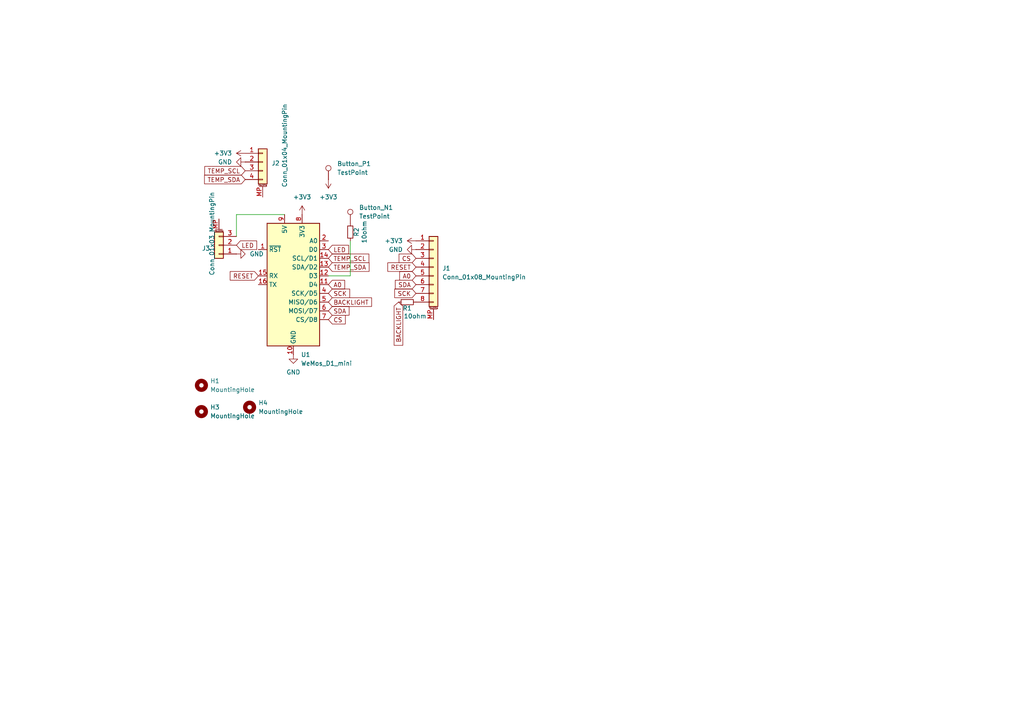
<source format=kicad_sch>
(kicad_sch
	(version 20231120)
	(generator "eeschema")
	(generator_version "8.0")
	(uuid "7f28c959-dabf-4319-828e-ced85b1a7732")
	(paper "A4")
	(lib_symbols
		(symbol "Connector:TestPoint"
			(pin_numbers hide)
			(pin_names
				(offset 0.762) hide)
			(exclude_from_sim no)
			(in_bom yes)
			(on_board yes)
			(property "Reference" "TP"
				(at 0 6.858 0)
				(effects
					(font
						(size 1.27 1.27)
					)
				)
			)
			(property "Value" "TestPoint"
				(at 0 5.08 0)
				(effects
					(font
						(size 1.27 1.27)
					)
				)
			)
			(property "Footprint" ""
				(at 5.08 0 0)
				(effects
					(font
						(size 1.27 1.27)
					)
					(hide yes)
				)
			)
			(property "Datasheet" "~"
				(at 5.08 0 0)
				(effects
					(font
						(size 1.27 1.27)
					)
					(hide yes)
				)
			)
			(property "Description" "test point"
				(at 0 0 0)
				(effects
					(font
						(size 1.27 1.27)
					)
					(hide yes)
				)
			)
			(property "ki_keywords" "test point tp"
				(at 0 0 0)
				(effects
					(font
						(size 1.27 1.27)
					)
					(hide yes)
				)
			)
			(property "ki_fp_filters" "Pin* Test*"
				(at 0 0 0)
				(effects
					(font
						(size 1.27 1.27)
					)
					(hide yes)
				)
			)
			(symbol "TestPoint_0_1"
				(circle
					(center 0 3.302)
					(radius 0.762)
					(stroke
						(width 0)
						(type default)
					)
					(fill
						(type none)
					)
				)
			)
			(symbol "TestPoint_1_1"
				(pin passive line
					(at 0 0 90)
					(length 2.54)
					(name "1"
						(effects
							(font
								(size 1.27 1.27)
							)
						)
					)
					(number "1"
						(effects
							(font
								(size 1.27 1.27)
							)
						)
					)
				)
			)
		)
		(symbol "Connector_Generic_MountingPin:Conn_01x03_MountingPin"
			(pin_names
				(offset 1.016) hide)
			(exclude_from_sim no)
			(in_bom yes)
			(on_board yes)
			(property "Reference" "J"
				(at 0 5.08 0)
				(effects
					(font
						(size 1.27 1.27)
					)
				)
			)
			(property "Value" "Conn_01x03_MountingPin"
				(at 1.27 -5.08 0)
				(effects
					(font
						(size 1.27 1.27)
					)
					(justify left)
				)
			)
			(property "Footprint" ""
				(at 0 0 0)
				(effects
					(font
						(size 1.27 1.27)
					)
					(hide yes)
				)
			)
			(property "Datasheet" "~"
				(at 0 0 0)
				(effects
					(font
						(size 1.27 1.27)
					)
					(hide yes)
				)
			)
			(property "Description" "Generic connectable mounting pin connector, single row, 01x03, script generated (kicad-library-utils/schlib/autogen/connector/)"
				(at 0 0 0)
				(effects
					(font
						(size 1.27 1.27)
					)
					(hide yes)
				)
			)
			(property "ki_keywords" "connector"
				(at 0 0 0)
				(effects
					(font
						(size 1.27 1.27)
					)
					(hide yes)
				)
			)
			(property "ki_fp_filters" "Connector*:*_1x??-1MP*"
				(at 0 0 0)
				(effects
					(font
						(size 1.27 1.27)
					)
					(hide yes)
				)
			)
			(symbol "Conn_01x03_MountingPin_1_1"
				(rectangle
					(start -1.27 -2.413)
					(end 0 -2.667)
					(stroke
						(width 0.1524)
						(type default)
					)
					(fill
						(type none)
					)
				)
				(rectangle
					(start -1.27 0.127)
					(end 0 -0.127)
					(stroke
						(width 0.1524)
						(type default)
					)
					(fill
						(type none)
					)
				)
				(rectangle
					(start -1.27 2.667)
					(end 0 2.413)
					(stroke
						(width 0.1524)
						(type default)
					)
					(fill
						(type none)
					)
				)
				(rectangle
					(start -1.27 3.81)
					(end 1.27 -3.81)
					(stroke
						(width 0.254)
						(type default)
					)
					(fill
						(type background)
					)
				)
				(polyline
					(pts
						(xy -1.016 -4.572) (xy 1.016 -4.572)
					)
					(stroke
						(width 0.1524)
						(type default)
					)
					(fill
						(type none)
					)
				)
				(text "Mounting"
					(at 0 -4.191 0)
					(effects
						(font
							(size 0.381 0.381)
						)
					)
				)
				(pin passive line
					(at -5.08 2.54 0)
					(length 3.81)
					(name "Pin_1"
						(effects
							(font
								(size 1.27 1.27)
							)
						)
					)
					(number "1"
						(effects
							(font
								(size 1.27 1.27)
							)
						)
					)
				)
				(pin passive line
					(at -5.08 0 0)
					(length 3.81)
					(name "Pin_2"
						(effects
							(font
								(size 1.27 1.27)
							)
						)
					)
					(number "2"
						(effects
							(font
								(size 1.27 1.27)
							)
						)
					)
				)
				(pin passive line
					(at -5.08 -2.54 0)
					(length 3.81)
					(name "Pin_3"
						(effects
							(font
								(size 1.27 1.27)
							)
						)
					)
					(number "3"
						(effects
							(font
								(size 1.27 1.27)
							)
						)
					)
				)
				(pin passive line
					(at 0 -7.62 90)
					(length 3.048)
					(name "MountPin"
						(effects
							(font
								(size 1.27 1.27)
							)
						)
					)
					(number "MP"
						(effects
							(font
								(size 1.27 1.27)
							)
						)
					)
				)
			)
		)
		(symbol "Connector_Generic_MountingPin:Conn_01x04_MountingPin"
			(pin_names
				(offset 1.016) hide)
			(exclude_from_sim no)
			(in_bom yes)
			(on_board yes)
			(property "Reference" "J"
				(at 0 5.08 0)
				(effects
					(font
						(size 1.27 1.27)
					)
				)
			)
			(property "Value" "Conn_01x04_MountingPin"
				(at 1.27 -7.62 0)
				(effects
					(font
						(size 1.27 1.27)
					)
					(justify left)
				)
			)
			(property "Footprint" ""
				(at 0 0 0)
				(effects
					(font
						(size 1.27 1.27)
					)
					(hide yes)
				)
			)
			(property "Datasheet" "~"
				(at 0 0 0)
				(effects
					(font
						(size 1.27 1.27)
					)
					(hide yes)
				)
			)
			(property "Description" "Generic connectable mounting pin connector, single row, 01x04, script generated (kicad-library-utils/schlib/autogen/connector/)"
				(at 0 0 0)
				(effects
					(font
						(size 1.27 1.27)
					)
					(hide yes)
				)
			)
			(property "ki_keywords" "connector"
				(at 0 0 0)
				(effects
					(font
						(size 1.27 1.27)
					)
					(hide yes)
				)
			)
			(property "ki_fp_filters" "Connector*:*_1x??-1MP*"
				(at 0 0 0)
				(effects
					(font
						(size 1.27 1.27)
					)
					(hide yes)
				)
			)
			(symbol "Conn_01x04_MountingPin_1_1"
				(rectangle
					(start -1.27 -4.953)
					(end 0 -5.207)
					(stroke
						(width 0.1524)
						(type default)
					)
					(fill
						(type none)
					)
				)
				(rectangle
					(start -1.27 -2.413)
					(end 0 -2.667)
					(stroke
						(width 0.1524)
						(type default)
					)
					(fill
						(type none)
					)
				)
				(rectangle
					(start -1.27 0.127)
					(end 0 -0.127)
					(stroke
						(width 0.1524)
						(type default)
					)
					(fill
						(type none)
					)
				)
				(rectangle
					(start -1.27 2.667)
					(end 0 2.413)
					(stroke
						(width 0.1524)
						(type default)
					)
					(fill
						(type none)
					)
				)
				(rectangle
					(start -1.27 3.81)
					(end 1.27 -6.35)
					(stroke
						(width 0.254)
						(type default)
					)
					(fill
						(type background)
					)
				)
				(polyline
					(pts
						(xy -1.016 -7.112) (xy 1.016 -7.112)
					)
					(stroke
						(width 0.1524)
						(type default)
					)
					(fill
						(type none)
					)
				)
				(text "Mounting"
					(at 0 -6.731 0)
					(effects
						(font
							(size 0.381 0.381)
						)
					)
				)
				(pin passive line
					(at -5.08 2.54 0)
					(length 3.81)
					(name "Pin_1"
						(effects
							(font
								(size 1.27 1.27)
							)
						)
					)
					(number "1"
						(effects
							(font
								(size 1.27 1.27)
							)
						)
					)
				)
				(pin passive line
					(at -5.08 0 0)
					(length 3.81)
					(name "Pin_2"
						(effects
							(font
								(size 1.27 1.27)
							)
						)
					)
					(number "2"
						(effects
							(font
								(size 1.27 1.27)
							)
						)
					)
				)
				(pin passive line
					(at -5.08 -2.54 0)
					(length 3.81)
					(name "Pin_3"
						(effects
							(font
								(size 1.27 1.27)
							)
						)
					)
					(number "3"
						(effects
							(font
								(size 1.27 1.27)
							)
						)
					)
				)
				(pin passive line
					(at -5.08 -5.08 0)
					(length 3.81)
					(name "Pin_4"
						(effects
							(font
								(size 1.27 1.27)
							)
						)
					)
					(number "4"
						(effects
							(font
								(size 1.27 1.27)
							)
						)
					)
				)
				(pin passive line
					(at 0 -10.16 90)
					(length 3.048)
					(name "MountPin"
						(effects
							(font
								(size 1.27 1.27)
							)
						)
					)
					(number "MP"
						(effects
							(font
								(size 1.27 1.27)
							)
						)
					)
				)
			)
		)
		(symbol "Connector_Generic_MountingPin:Conn_01x08_MountingPin"
			(pin_names
				(offset 1.016) hide)
			(exclude_from_sim no)
			(in_bom yes)
			(on_board yes)
			(property "Reference" "J"
				(at 0 10.16 0)
				(effects
					(font
						(size 1.27 1.27)
					)
				)
			)
			(property "Value" "Conn_01x08_MountingPin"
				(at 1.27 -12.7 0)
				(effects
					(font
						(size 1.27 1.27)
					)
					(justify left)
				)
			)
			(property "Footprint" ""
				(at 0 0 0)
				(effects
					(font
						(size 1.27 1.27)
					)
					(hide yes)
				)
			)
			(property "Datasheet" "~"
				(at 0 0 0)
				(effects
					(font
						(size 1.27 1.27)
					)
					(hide yes)
				)
			)
			(property "Description" "Generic connectable mounting pin connector, single row, 01x08, script generated (kicad-library-utils/schlib/autogen/connector/)"
				(at 0 0 0)
				(effects
					(font
						(size 1.27 1.27)
					)
					(hide yes)
				)
			)
			(property "ki_keywords" "connector"
				(at 0 0 0)
				(effects
					(font
						(size 1.27 1.27)
					)
					(hide yes)
				)
			)
			(property "ki_fp_filters" "Connector*:*_1x??-1MP*"
				(at 0 0 0)
				(effects
					(font
						(size 1.27 1.27)
					)
					(hide yes)
				)
			)
			(symbol "Conn_01x08_MountingPin_1_1"
				(rectangle
					(start -1.27 -10.033)
					(end 0 -10.287)
					(stroke
						(width 0.1524)
						(type default)
					)
					(fill
						(type none)
					)
				)
				(rectangle
					(start -1.27 -7.493)
					(end 0 -7.747)
					(stroke
						(width 0.1524)
						(type default)
					)
					(fill
						(type none)
					)
				)
				(rectangle
					(start -1.27 -4.953)
					(end 0 -5.207)
					(stroke
						(width 0.1524)
						(type default)
					)
					(fill
						(type none)
					)
				)
				(rectangle
					(start -1.27 -2.413)
					(end 0 -2.667)
					(stroke
						(width 0.1524)
						(type default)
					)
					(fill
						(type none)
					)
				)
				(rectangle
					(start -1.27 0.127)
					(end 0 -0.127)
					(stroke
						(width 0.1524)
						(type default)
					)
					(fill
						(type none)
					)
				)
				(rectangle
					(start -1.27 2.667)
					(end 0 2.413)
					(stroke
						(width 0.1524)
						(type default)
					)
					(fill
						(type none)
					)
				)
				(rectangle
					(start -1.27 5.207)
					(end 0 4.953)
					(stroke
						(width 0.1524)
						(type default)
					)
					(fill
						(type none)
					)
				)
				(rectangle
					(start -1.27 7.747)
					(end 0 7.493)
					(stroke
						(width 0.1524)
						(type default)
					)
					(fill
						(type none)
					)
				)
				(rectangle
					(start -1.27 8.89)
					(end 1.27 -11.43)
					(stroke
						(width 0.254)
						(type default)
					)
					(fill
						(type background)
					)
				)
				(polyline
					(pts
						(xy -1.016 -12.192) (xy 1.016 -12.192)
					)
					(stroke
						(width 0.1524)
						(type default)
					)
					(fill
						(type none)
					)
				)
				(text "Mounting"
					(at 0 -11.811 0)
					(effects
						(font
							(size 0.381 0.381)
						)
					)
				)
				(pin passive line
					(at -5.08 7.62 0)
					(length 3.81)
					(name "Pin_1"
						(effects
							(font
								(size 1.27 1.27)
							)
						)
					)
					(number "1"
						(effects
							(font
								(size 1.27 1.27)
							)
						)
					)
				)
				(pin passive line
					(at -5.08 5.08 0)
					(length 3.81)
					(name "Pin_2"
						(effects
							(font
								(size 1.27 1.27)
							)
						)
					)
					(number "2"
						(effects
							(font
								(size 1.27 1.27)
							)
						)
					)
				)
				(pin passive line
					(at -5.08 2.54 0)
					(length 3.81)
					(name "Pin_3"
						(effects
							(font
								(size 1.27 1.27)
							)
						)
					)
					(number "3"
						(effects
							(font
								(size 1.27 1.27)
							)
						)
					)
				)
				(pin passive line
					(at -5.08 0 0)
					(length 3.81)
					(name "Pin_4"
						(effects
							(font
								(size 1.27 1.27)
							)
						)
					)
					(number "4"
						(effects
							(font
								(size 1.27 1.27)
							)
						)
					)
				)
				(pin passive line
					(at -5.08 -2.54 0)
					(length 3.81)
					(name "Pin_5"
						(effects
							(font
								(size 1.27 1.27)
							)
						)
					)
					(number "5"
						(effects
							(font
								(size 1.27 1.27)
							)
						)
					)
				)
				(pin passive line
					(at -5.08 -5.08 0)
					(length 3.81)
					(name "Pin_6"
						(effects
							(font
								(size 1.27 1.27)
							)
						)
					)
					(number "6"
						(effects
							(font
								(size 1.27 1.27)
							)
						)
					)
				)
				(pin passive line
					(at -5.08 -7.62 0)
					(length 3.81)
					(name "Pin_7"
						(effects
							(font
								(size 1.27 1.27)
							)
						)
					)
					(number "7"
						(effects
							(font
								(size 1.27 1.27)
							)
						)
					)
				)
				(pin passive line
					(at -5.08 -10.16 0)
					(length 3.81)
					(name "Pin_8"
						(effects
							(font
								(size 1.27 1.27)
							)
						)
					)
					(number "8"
						(effects
							(font
								(size 1.27 1.27)
							)
						)
					)
				)
				(pin passive line
					(at 0 -15.24 90)
					(length 3.048)
					(name "MountPin"
						(effects
							(font
								(size 1.27 1.27)
							)
						)
					)
					(number "MP"
						(effects
							(font
								(size 1.27 1.27)
							)
						)
					)
				)
			)
		)
		(symbol "Device:R_Small"
			(pin_numbers hide)
			(pin_names
				(offset 0.254) hide)
			(exclude_from_sim no)
			(in_bom yes)
			(on_board yes)
			(property "Reference" "R"
				(at 0.762 0.508 0)
				(effects
					(font
						(size 1.27 1.27)
					)
					(justify left)
				)
			)
			(property "Value" "R_Small"
				(at 0.762 -1.016 0)
				(effects
					(font
						(size 1.27 1.27)
					)
					(justify left)
				)
			)
			(property "Footprint" ""
				(at 0 0 0)
				(effects
					(font
						(size 1.27 1.27)
					)
					(hide yes)
				)
			)
			(property "Datasheet" "~"
				(at 0 0 0)
				(effects
					(font
						(size 1.27 1.27)
					)
					(hide yes)
				)
			)
			(property "Description" "Resistor, small symbol"
				(at 0 0 0)
				(effects
					(font
						(size 1.27 1.27)
					)
					(hide yes)
				)
			)
			(property "ki_keywords" "R resistor"
				(at 0 0 0)
				(effects
					(font
						(size 1.27 1.27)
					)
					(hide yes)
				)
			)
			(property "ki_fp_filters" "R_*"
				(at 0 0 0)
				(effects
					(font
						(size 1.27 1.27)
					)
					(hide yes)
				)
			)
			(symbol "R_Small_0_1"
				(rectangle
					(start -0.762 1.778)
					(end 0.762 -1.778)
					(stroke
						(width 0.2032)
						(type default)
					)
					(fill
						(type none)
					)
				)
			)
			(symbol "R_Small_1_1"
				(pin passive line
					(at 0 2.54 270)
					(length 0.762)
					(name "~"
						(effects
							(font
								(size 1.27 1.27)
							)
						)
					)
					(number "1"
						(effects
							(font
								(size 1.27 1.27)
							)
						)
					)
				)
				(pin passive line
					(at 0 -2.54 90)
					(length 0.762)
					(name "~"
						(effects
							(font
								(size 1.27 1.27)
							)
						)
					)
					(number "2"
						(effects
							(font
								(size 1.27 1.27)
							)
						)
					)
				)
			)
		)
		(symbol "MCU_Module:WeMos_D1_mini"
			(exclude_from_sim no)
			(in_bom yes)
			(on_board yes)
			(property "Reference" "U"
				(at 3.81 19.05 0)
				(effects
					(font
						(size 1.27 1.27)
					)
					(justify left)
				)
			)
			(property "Value" "WeMos_D1_mini"
				(at 1.27 -19.05 0)
				(effects
					(font
						(size 1.27 1.27)
					)
					(justify left)
				)
			)
			(property "Footprint" "Module:WEMOS_D1_mini_light"
				(at 0 -29.21 0)
				(effects
					(font
						(size 1.27 1.27)
					)
					(hide yes)
				)
			)
			(property "Datasheet" "https://wiki.wemos.cc/products:d1:d1_mini#documentation"
				(at -46.99 -29.21 0)
				(effects
					(font
						(size 1.27 1.27)
					)
					(hide yes)
				)
			)
			(property "Description" "32-bit microcontroller module with WiFi"
				(at 0 0 0)
				(effects
					(font
						(size 1.27 1.27)
					)
					(hide yes)
				)
			)
			(property "ki_keywords" "ESP8266 WiFi microcontroller ESP8266EX"
				(at 0 0 0)
				(effects
					(font
						(size 1.27 1.27)
					)
					(hide yes)
				)
			)
			(property "ki_fp_filters" "WEMOS*D1*mini*"
				(at 0 0 0)
				(effects
					(font
						(size 1.27 1.27)
					)
					(hide yes)
				)
			)
			(symbol "WeMos_D1_mini_1_1"
				(rectangle
					(start -7.62 17.78)
					(end 7.62 -17.78)
					(stroke
						(width 0.254)
						(type default)
					)
					(fill
						(type background)
					)
				)
				(pin input line
					(at -10.16 10.16 0)
					(length 2.54)
					(name "~{RST}"
						(effects
							(font
								(size 1.27 1.27)
							)
						)
					)
					(number "1"
						(effects
							(font
								(size 1.27 1.27)
							)
						)
					)
				)
				(pin power_in line
					(at 0 -20.32 90)
					(length 2.54)
					(name "GND"
						(effects
							(font
								(size 1.27 1.27)
							)
						)
					)
					(number "10"
						(effects
							(font
								(size 1.27 1.27)
							)
						)
					)
				)
				(pin bidirectional line
					(at 10.16 0 180)
					(length 2.54)
					(name "D4"
						(effects
							(font
								(size 1.27 1.27)
							)
						)
					)
					(number "11"
						(effects
							(font
								(size 1.27 1.27)
							)
						)
					)
				)
				(pin bidirectional line
					(at 10.16 2.54 180)
					(length 2.54)
					(name "D3"
						(effects
							(font
								(size 1.27 1.27)
							)
						)
					)
					(number "12"
						(effects
							(font
								(size 1.27 1.27)
							)
						)
					)
				)
				(pin bidirectional line
					(at 10.16 5.08 180)
					(length 2.54)
					(name "SDA/D2"
						(effects
							(font
								(size 1.27 1.27)
							)
						)
					)
					(number "13"
						(effects
							(font
								(size 1.27 1.27)
							)
						)
					)
				)
				(pin bidirectional line
					(at 10.16 7.62 180)
					(length 2.54)
					(name "SCL/D1"
						(effects
							(font
								(size 1.27 1.27)
							)
						)
					)
					(number "14"
						(effects
							(font
								(size 1.27 1.27)
							)
						)
					)
				)
				(pin input line
					(at -10.16 2.54 0)
					(length 2.54)
					(name "RX"
						(effects
							(font
								(size 1.27 1.27)
							)
						)
					)
					(number "15"
						(effects
							(font
								(size 1.27 1.27)
							)
						)
					)
				)
				(pin output line
					(at -10.16 0 0)
					(length 2.54)
					(name "TX"
						(effects
							(font
								(size 1.27 1.27)
							)
						)
					)
					(number "16"
						(effects
							(font
								(size 1.27 1.27)
							)
						)
					)
				)
				(pin input line
					(at 10.16 12.7 180)
					(length 2.54)
					(name "A0"
						(effects
							(font
								(size 1.27 1.27)
							)
						)
					)
					(number "2"
						(effects
							(font
								(size 1.27 1.27)
							)
						)
					)
				)
				(pin bidirectional line
					(at 10.16 10.16 180)
					(length 2.54)
					(name "D0"
						(effects
							(font
								(size 1.27 1.27)
							)
						)
					)
					(number "3"
						(effects
							(font
								(size 1.27 1.27)
							)
						)
					)
				)
				(pin bidirectional line
					(at 10.16 -2.54 180)
					(length 2.54)
					(name "SCK/D5"
						(effects
							(font
								(size 1.27 1.27)
							)
						)
					)
					(number "4"
						(effects
							(font
								(size 1.27 1.27)
							)
						)
					)
				)
				(pin bidirectional line
					(at 10.16 -5.08 180)
					(length 2.54)
					(name "MISO/D6"
						(effects
							(font
								(size 1.27 1.27)
							)
						)
					)
					(number "5"
						(effects
							(font
								(size 1.27 1.27)
							)
						)
					)
				)
				(pin bidirectional line
					(at 10.16 -7.62 180)
					(length 2.54)
					(name "MOSI/D7"
						(effects
							(font
								(size 1.27 1.27)
							)
						)
					)
					(number "6"
						(effects
							(font
								(size 1.27 1.27)
							)
						)
					)
				)
				(pin bidirectional line
					(at 10.16 -10.16 180)
					(length 2.54)
					(name "CS/D8"
						(effects
							(font
								(size 1.27 1.27)
							)
						)
					)
					(number "7"
						(effects
							(font
								(size 1.27 1.27)
							)
						)
					)
				)
				(pin power_out line
					(at 2.54 20.32 270)
					(length 2.54)
					(name "3V3"
						(effects
							(font
								(size 1.27 1.27)
							)
						)
					)
					(number "8"
						(effects
							(font
								(size 1.27 1.27)
							)
						)
					)
				)
				(pin power_in line
					(at -2.54 20.32 270)
					(length 2.54)
					(name "5V"
						(effects
							(font
								(size 1.27 1.27)
							)
						)
					)
					(number "9"
						(effects
							(font
								(size 1.27 1.27)
							)
						)
					)
				)
			)
		)
		(symbol "Mechanical:MountingHole"
			(pin_names
				(offset 1.016)
			)
			(exclude_from_sim yes)
			(in_bom no)
			(on_board yes)
			(property "Reference" "H"
				(at 0 5.08 0)
				(effects
					(font
						(size 1.27 1.27)
					)
				)
			)
			(property "Value" "MountingHole"
				(at 0 3.175 0)
				(effects
					(font
						(size 1.27 1.27)
					)
				)
			)
			(property "Footprint" ""
				(at 0 0 0)
				(effects
					(font
						(size 1.27 1.27)
					)
					(hide yes)
				)
			)
			(property "Datasheet" "~"
				(at 0 0 0)
				(effects
					(font
						(size 1.27 1.27)
					)
					(hide yes)
				)
			)
			(property "Description" "Mounting Hole without connection"
				(at 0 0 0)
				(effects
					(font
						(size 1.27 1.27)
					)
					(hide yes)
				)
			)
			(property "ki_keywords" "mounting hole"
				(at 0 0 0)
				(effects
					(font
						(size 1.27 1.27)
					)
					(hide yes)
				)
			)
			(property "ki_fp_filters" "MountingHole*"
				(at 0 0 0)
				(effects
					(font
						(size 1.27 1.27)
					)
					(hide yes)
				)
			)
			(symbol "MountingHole_0_1"
				(circle
					(center 0 0)
					(radius 1.27)
					(stroke
						(width 1.27)
						(type default)
					)
					(fill
						(type none)
					)
				)
			)
		)
		(symbol "power:+3V3"
			(power)
			(pin_numbers hide)
			(pin_names
				(offset 0) hide)
			(exclude_from_sim no)
			(in_bom yes)
			(on_board yes)
			(property "Reference" "#PWR"
				(at 0 -3.81 0)
				(effects
					(font
						(size 1.27 1.27)
					)
					(hide yes)
				)
			)
			(property "Value" "+3V3"
				(at 0 3.556 0)
				(effects
					(font
						(size 1.27 1.27)
					)
				)
			)
			(property "Footprint" ""
				(at 0 0 0)
				(effects
					(font
						(size 1.27 1.27)
					)
					(hide yes)
				)
			)
			(property "Datasheet" ""
				(at 0 0 0)
				(effects
					(font
						(size 1.27 1.27)
					)
					(hide yes)
				)
			)
			(property "Description" "Power symbol creates a global label with name \"+3V3\""
				(at 0 0 0)
				(effects
					(font
						(size 1.27 1.27)
					)
					(hide yes)
				)
			)
			(property "ki_keywords" "global power"
				(at 0 0 0)
				(effects
					(font
						(size 1.27 1.27)
					)
					(hide yes)
				)
			)
			(symbol "+3V3_0_1"
				(polyline
					(pts
						(xy -0.762 1.27) (xy 0 2.54)
					)
					(stroke
						(width 0)
						(type default)
					)
					(fill
						(type none)
					)
				)
				(polyline
					(pts
						(xy 0 0) (xy 0 2.54)
					)
					(stroke
						(width 0)
						(type default)
					)
					(fill
						(type none)
					)
				)
				(polyline
					(pts
						(xy 0 2.54) (xy 0.762 1.27)
					)
					(stroke
						(width 0)
						(type default)
					)
					(fill
						(type none)
					)
				)
			)
			(symbol "+3V3_1_1"
				(pin power_in line
					(at 0 0 90)
					(length 0)
					(name "~"
						(effects
							(font
								(size 1.27 1.27)
							)
						)
					)
					(number "1"
						(effects
							(font
								(size 1.27 1.27)
							)
						)
					)
				)
			)
		)
		(symbol "power:GND"
			(power)
			(pin_numbers hide)
			(pin_names
				(offset 0) hide)
			(exclude_from_sim no)
			(in_bom yes)
			(on_board yes)
			(property "Reference" "#PWR"
				(at 0 -6.35 0)
				(effects
					(font
						(size 1.27 1.27)
					)
					(hide yes)
				)
			)
			(property "Value" "GND"
				(at 0 -3.81 0)
				(effects
					(font
						(size 1.27 1.27)
					)
				)
			)
			(property "Footprint" ""
				(at 0 0 0)
				(effects
					(font
						(size 1.27 1.27)
					)
					(hide yes)
				)
			)
			(property "Datasheet" ""
				(at 0 0 0)
				(effects
					(font
						(size 1.27 1.27)
					)
					(hide yes)
				)
			)
			(property "Description" "Power symbol creates a global label with name \"GND\" , ground"
				(at 0 0 0)
				(effects
					(font
						(size 1.27 1.27)
					)
					(hide yes)
				)
			)
			(property "ki_keywords" "global power"
				(at 0 0 0)
				(effects
					(font
						(size 1.27 1.27)
					)
					(hide yes)
				)
			)
			(symbol "GND_0_1"
				(polyline
					(pts
						(xy 0 0) (xy 0 -1.27) (xy 1.27 -1.27) (xy 0 -2.54) (xy -1.27 -1.27) (xy 0 -1.27)
					)
					(stroke
						(width 0)
						(type default)
					)
					(fill
						(type none)
					)
				)
			)
			(symbol "GND_1_1"
				(pin power_in line
					(at 0 0 270)
					(length 0)
					(name "~"
						(effects
							(font
								(size 1.27 1.27)
							)
						)
					)
					(number "1"
						(effects
							(font
								(size 1.27 1.27)
							)
						)
					)
				)
			)
		)
	)
	(wire
		(pts
			(xy 101.6 80.01) (xy 95.25 80.01)
		)
		(stroke
			(width 0)
			(type default)
		)
		(uuid "1fbb5e68-975c-451d-a501-6f3177c03256")
	)
	(wire
		(pts
			(xy 68.58 62.23) (xy 68.58 68.58)
		)
		(stroke
			(width 0)
			(type default)
		)
		(uuid "371d36dd-514c-44f4-9e8c-7ded55847ea2")
	)
	(wire
		(pts
			(xy 101.6 69.85) (xy 101.6 80.01)
		)
		(stroke
			(width 0)
			(type default)
		)
		(uuid "501024c9-673a-4dbe-ad3f-f05cf3fc8d59")
	)
	(wire
		(pts
			(xy 82.55 62.23) (xy 68.58 62.23)
		)
		(stroke
			(width 0)
			(type default)
		)
		(uuid "bf430a56-33e9-4c51-963a-6d3ced8d4388")
	)
	(global_label "SDA"
		(shape input)
		(at 95.25 90.17 0)
		(fields_autoplaced yes)
		(effects
			(font
				(size 1.27 1.27)
			)
			(justify left)
		)
		(uuid "01e4c893-a7ab-4a55-8077-df41a4b060a6")
		(property "Intersheetrefs" "${INTERSHEET_REFS}"
			(at 101.8033 90.17 0)
			(effects
				(font
					(size 1.27 1.27)
				)
				(justify left)
				(hide yes)
			)
		)
	)
	(global_label "RESET"
		(shape input)
		(at 74.93 80.01 180)
		(fields_autoplaced yes)
		(effects
			(font
				(size 1.27 1.27)
			)
			(justify right)
		)
		(uuid "10a4b9f0-d038-431f-b3e4-5a00cbb84a11")
		(property "Intersheetrefs" "${INTERSHEET_REFS}"
			(at 66.1997 80.01 0)
			(effects
				(font
					(size 1.27 1.27)
				)
				(justify right)
				(hide yes)
			)
		)
	)
	(global_label "SCK"
		(shape input)
		(at 95.25 85.09 0)
		(fields_autoplaced yes)
		(effects
			(font
				(size 1.27 1.27)
			)
			(justify left)
		)
		(uuid "3e3c3ff5-5082-456b-85e0-95d81f6ed8da")
		(property "Intersheetrefs" "${INTERSHEET_REFS}"
			(at 101.9847 85.09 0)
			(effects
				(font
					(size 1.27 1.27)
				)
				(justify left)
				(hide yes)
			)
		)
	)
	(global_label "TEMP_SCL"
		(shape input)
		(at 71.12 49.53 180)
		(fields_autoplaced yes)
		(effects
			(font
				(size 1.27 1.27)
			)
			(justify right)
		)
		(uuid "44af8014-488e-4cf1-ab12-09f458613190")
		(property "Intersheetrefs" "${INTERSHEET_REFS}"
			(at 58.8216 49.53 0)
			(effects
				(font
					(size 1.27 1.27)
				)
				(justify right)
				(hide yes)
			)
		)
	)
	(global_label "CS"
		(shape input)
		(at 95.25 92.71 0)
		(fields_autoplaced yes)
		(effects
			(font
				(size 1.27 1.27)
			)
			(justify left)
		)
		(uuid "45347857-8011-47f9-b2aa-335f7fd43070")
		(property "Intersheetrefs" "${INTERSHEET_REFS}"
			(at 100.7147 92.71 0)
			(effects
				(font
					(size 1.27 1.27)
				)
				(justify left)
				(hide yes)
			)
		)
	)
	(global_label "TEMP_SCL"
		(shape input)
		(at 95.25 74.93 0)
		(fields_autoplaced yes)
		(effects
			(font
				(size 1.27 1.27)
			)
			(justify left)
		)
		(uuid "47a7e707-e470-43b9-a52d-76c7624d63fc")
		(property "Intersheetrefs" "${INTERSHEET_REFS}"
			(at 107.5484 74.93 0)
			(effects
				(font
					(size 1.27 1.27)
				)
				(justify left)
				(hide yes)
			)
		)
	)
	(global_label "RESET"
		(shape input)
		(at 120.65 77.47 180)
		(fields_autoplaced yes)
		(effects
			(font
				(size 1.27 1.27)
			)
			(justify right)
		)
		(uuid "541cb553-afc9-4af1-bbe1-e935677a1787")
		(property "Intersheetrefs" "${INTERSHEET_REFS}"
			(at 111.9197 77.47 0)
			(effects
				(font
					(size 1.27 1.27)
				)
				(justify right)
				(hide yes)
			)
		)
	)
	(global_label "A0"
		(shape input)
		(at 95.25 82.55 0)
		(fields_autoplaced yes)
		(effects
			(font
				(size 1.27 1.27)
			)
			(justify left)
		)
		(uuid "9d91133f-de6f-4b04-b27f-5be0986611c1")
		(property "Intersheetrefs" "${INTERSHEET_REFS}"
			(at 100.5333 82.55 0)
			(effects
				(font
					(size 1.27 1.27)
				)
				(justify left)
				(hide yes)
			)
		)
	)
	(global_label "BACKLIGHT"
		(shape input)
		(at 115.57 87.63 270)
		(fields_autoplaced yes)
		(effects
			(font
				(size 1.27 1.27)
			)
			(justify right)
		)
		(uuid "ac79b8f6-b571-43f0-87a1-f78085180348")
		(property "Intersheetrefs" "${INTERSHEET_REFS}"
			(at 115.57 100.7148 90)
			(effects
				(font
					(size 1.27 1.27)
				)
				(justify right)
				(hide yes)
			)
		)
	)
	(global_label "A0"
		(shape input)
		(at 120.65 80.01 180)
		(fields_autoplaced yes)
		(effects
			(font
				(size 1.27 1.27)
			)
			(justify right)
		)
		(uuid "c0fa9766-4d3c-4b45-b3b8-44dada8b64fe")
		(property "Intersheetrefs" "${INTERSHEET_REFS}"
			(at 115.3667 80.01 0)
			(effects
				(font
					(size 1.27 1.27)
				)
				(justify right)
				(hide yes)
			)
		)
	)
	(global_label "SCK"
		(shape input)
		(at 120.65 85.09 180)
		(fields_autoplaced yes)
		(effects
			(font
				(size 1.27 1.27)
			)
			(justify right)
		)
		(uuid "d6982ecb-a1f0-4bd3-92f4-cb2ebc0f3d8c")
		(property "Intersheetrefs" "${INTERSHEET_REFS}"
			(at 113.9153 85.09 0)
			(effects
				(font
					(size 1.27 1.27)
				)
				(justify right)
				(hide yes)
			)
		)
	)
	(global_label "TEMP_SDA"
		(shape input)
		(at 95.25 77.47 0)
		(fields_autoplaced yes)
		(effects
			(font
				(size 1.27 1.27)
			)
			(justify left)
		)
		(uuid "dc73bdea-0043-4c09-aef6-979ebf112428")
		(property "Intersheetrefs" "${INTERSHEET_REFS}"
			(at 107.6089 77.47 0)
			(effects
				(font
					(size 1.27 1.27)
				)
				(justify left)
				(hide yes)
			)
		)
	)
	(global_label "BACKLIGHT"
		(shape input)
		(at 95.25 87.63 0)
		(fields_autoplaced yes)
		(effects
			(font
				(size 1.27 1.27)
			)
			(justify left)
		)
		(uuid "dcb18485-dcb9-49a9-8c32-797a4b756e0b")
		(property "Intersheetrefs" "${INTERSHEET_REFS}"
			(at 108.3348 87.63 0)
			(effects
				(font
					(size 1.27 1.27)
				)
				(justify left)
				(hide yes)
			)
		)
	)
	(global_label "TEMP_SDA"
		(shape input)
		(at 71.12 52.07 180)
		(fields_autoplaced yes)
		(effects
			(font
				(size 1.27 1.27)
			)
			(justify right)
		)
		(uuid "e203d8e7-10ba-4550-b863-696cdb97f6ff")
		(property "Intersheetrefs" "${INTERSHEET_REFS}"
			(at 58.7611 52.07 0)
			(effects
				(font
					(size 1.27 1.27)
				)
				(justify right)
				(hide yes)
			)
		)
	)
	(global_label "CS"
		(shape input)
		(at 120.65 74.93 180)
		(fields_autoplaced yes)
		(effects
			(font
				(size 1.27 1.27)
			)
			(justify right)
		)
		(uuid "e4a616e2-1550-4a7a-8fb5-dda818136796")
		(property "Intersheetrefs" "${INTERSHEET_REFS}"
			(at 115.1853 74.93 0)
			(effects
				(font
					(size 1.27 1.27)
				)
				(justify right)
				(hide yes)
			)
		)
	)
	(global_label "SDA"
		(shape input)
		(at 120.65 82.55 180)
		(fields_autoplaced yes)
		(effects
			(font
				(size 1.27 1.27)
			)
			(justify right)
		)
		(uuid "e6e9b97c-5258-466c-8be1-6adf33fa18a7")
		(property "Intersheetrefs" "${INTERSHEET_REFS}"
			(at 114.0967 82.55 0)
			(effects
				(font
					(size 1.27 1.27)
				)
				(justify right)
				(hide yes)
			)
		)
	)
	(global_label "LED"
		(shape input)
		(at 68.58 71.12 0)
		(fields_autoplaced yes)
		(effects
			(font
				(size 1.27 1.27)
			)
			(justify left)
		)
		(uuid "f31eed18-50ce-493c-9dec-fce77f1e72c8")
		(property "Intersheetrefs" "${INTERSHEET_REFS}"
			(at 75.0123 71.12 0)
			(effects
				(font
					(size 1.27 1.27)
				)
				(justify left)
				(hide yes)
			)
		)
	)
	(global_label "LED"
		(shape input)
		(at 95.25 72.39 0)
		(fields_autoplaced yes)
		(effects
			(font
				(size 1.27 1.27)
			)
			(justify left)
		)
		(uuid "f5cbd66b-d7cb-46bf-b3d4-f2a523306d80")
		(property "Intersheetrefs" "${INTERSHEET_REFS}"
			(at 101.6823 72.39 0)
			(effects
				(font
					(size 1.27 1.27)
				)
				(justify left)
				(hide yes)
			)
		)
	)
	(symbol
		(lib_id "power:GND")
		(at 120.65 72.39 270)
		(unit 1)
		(exclude_from_sim no)
		(in_bom yes)
		(on_board yes)
		(dnp no)
		(fields_autoplaced yes)
		(uuid "020d9d1c-f5bc-4deb-ba54-1f7112fca7ac")
		(property "Reference" "#PWR05"
			(at 114.3 72.39 0)
			(effects
				(font
					(size 1.27 1.27)
				)
				(hide yes)
			)
		)
		(property "Value" "GND"
			(at 116.84 72.3899 90)
			(effects
				(font
					(size 1.27 1.27)
				)
				(justify right)
			)
		)
		(property "Footprint" ""
			(at 120.65 72.39 0)
			(effects
				(font
					(size 1.27 1.27)
				)
				(hide yes)
			)
		)
		(property "Datasheet" ""
			(at 120.65 72.39 0)
			(effects
				(font
					(size 1.27 1.27)
				)
				(hide yes)
			)
		)
		(property "Description" "Power symbol creates a global label with name \"GND\" , ground"
			(at 120.65 72.39 0)
			(effects
				(font
					(size 1.27 1.27)
				)
				(hide yes)
			)
		)
		(pin "1"
			(uuid "62547a9b-33aa-4633-8a17-4c64f2e1f17c")
		)
		(instances
			(project "asylum"
				(path "/7f28c959-dabf-4319-828e-ced85b1a7732"
					(reference "#PWR05")
					(unit 1)
				)
			)
		)
	)
	(symbol
		(lib_id "power:GND")
		(at 68.58 73.66 90)
		(unit 1)
		(exclude_from_sim no)
		(in_bom yes)
		(on_board yes)
		(dnp no)
		(fields_autoplaced yes)
		(uuid "40cad1db-37d5-4505-a7fc-30a8b5af65e7")
		(property "Reference" "#PWR09"
			(at 74.93 73.66 0)
			(effects
				(font
					(size 1.27 1.27)
				)
				(hide yes)
			)
		)
		(property "Value" "GND"
			(at 72.39 73.6599 90)
			(effects
				(font
					(size 1.27 1.27)
				)
				(justify right)
			)
		)
		(property "Footprint" ""
			(at 68.58 73.66 0)
			(effects
				(font
					(size 1.27 1.27)
				)
				(hide yes)
			)
		)
		(property "Datasheet" ""
			(at 68.58 73.66 0)
			(effects
				(font
					(size 1.27 1.27)
				)
				(hide yes)
			)
		)
		(property "Description" "Power symbol creates a global label with name \"GND\" , ground"
			(at 68.58 73.66 0)
			(effects
				(font
					(size 1.27 1.27)
				)
				(hide yes)
			)
		)
		(pin "1"
			(uuid "e0ac5a80-8372-490a-868e-1a59a29e5312")
		)
		(instances
			(project "asylum"
				(path "/7f28c959-dabf-4319-828e-ced85b1a7732"
					(reference "#PWR09")
					(unit 1)
				)
			)
		)
	)
	(symbol
		(lib_id "Connector:TestPoint")
		(at 95.25 52.07 0)
		(unit 1)
		(exclude_from_sim no)
		(in_bom yes)
		(on_board yes)
		(dnp no)
		(fields_autoplaced yes)
		(uuid "450affa4-9efd-45f3-91d6-ec0c6796064d")
		(property "Reference" "Button_P1"
			(at 97.79 47.4979 0)
			(effects
				(font
					(size 1.27 1.27)
				)
				(justify left)
			)
		)
		(property "Value" "TestPoint"
			(at 97.79 50.0379 0)
			(effects
				(font
					(size 1.27 1.27)
				)
				(justify left)
			)
		)
		(property "Footprint" "TestPoint:TestPoint_Pad_2.5x2.5mm"
			(at 100.33 52.07 0)
			(effects
				(font
					(size 1.27 1.27)
				)
				(hide yes)
			)
		)
		(property "Datasheet" "~"
			(at 100.33 52.07 0)
			(effects
				(font
					(size 1.27 1.27)
				)
				(hide yes)
			)
		)
		(property "Description" "test point"
			(at 95.25 52.07 0)
			(effects
				(font
					(size 1.27 1.27)
				)
				(hide yes)
			)
		)
		(pin "1"
			(uuid "6ed6a49d-3692-4664-a7e1-3295f5b3fd99")
		)
		(instances
			(project "asylum"
				(path "/7f28c959-dabf-4319-828e-ced85b1a7732"
					(reference "Button_P1")
					(unit 1)
				)
			)
		)
	)
	(symbol
		(lib_id "Mechanical:MountingHole")
		(at 72.39 118.11 0)
		(unit 1)
		(exclude_from_sim yes)
		(in_bom no)
		(on_board yes)
		(dnp no)
		(fields_autoplaced yes)
		(uuid "5461c12a-ec93-4144-9029-44710357fad7")
		(property "Reference" "H4"
			(at 74.93 116.8399 0)
			(effects
				(font
					(size 1.27 1.27)
				)
				(justify left)
			)
		)
		(property "Value" "MountingHole"
			(at 74.93 119.3799 0)
			(effects
				(font
					(size 1.27 1.27)
				)
				(justify left)
			)
		)
		(property "Footprint" "MountingHole:MountingHole_2.7mm_M2.5"
			(at 72.39 118.11 0)
			(effects
				(font
					(size 1.27 1.27)
				)
				(hide yes)
			)
		)
		(property "Datasheet" "~"
			(at 72.39 118.11 0)
			(effects
				(font
					(size 1.27 1.27)
				)
				(hide yes)
			)
		)
		(property "Description" "Mounting Hole without connection"
			(at 72.39 118.11 0)
			(effects
				(font
					(size 1.27 1.27)
				)
				(hide yes)
			)
		)
		(instances
			(project "asylum"
				(path "/7f28c959-dabf-4319-828e-ced85b1a7732"
					(reference "H4")
					(unit 1)
				)
			)
		)
	)
	(symbol
		(lib_id "power:+3V3")
		(at 120.65 69.85 90)
		(unit 1)
		(exclude_from_sim no)
		(in_bom yes)
		(on_board yes)
		(dnp no)
		(fields_autoplaced yes)
		(uuid "72583dca-c003-4839-a6ad-f07e58455d8c")
		(property "Reference" "#PWR03"
			(at 124.46 69.85 0)
			(effects
				(font
					(size 1.27 1.27)
				)
				(hide yes)
			)
		)
		(property "Value" "+3V3"
			(at 116.84 69.8499 90)
			(effects
				(font
					(size 1.27 1.27)
				)
				(justify left)
			)
		)
		(property "Footprint" ""
			(at 120.65 69.85 0)
			(effects
				(font
					(size 1.27 1.27)
				)
				(hide yes)
			)
		)
		(property "Datasheet" ""
			(at 120.65 69.85 0)
			(effects
				(font
					(size 1.27 1.27)
				)
				(hide yes)
			)
		)
		(property "Description" "Power symbol creates a global label with name \"+3V3\""
			(at 120.65 69.85 0)
			(effects
				(font
					(size 1.27 1.27)
				)
				(hide yes)
			)
		)
		(pin "1"
			(uuid "b48b3eff-f59a-429d-9c87-63088c7d452f")
		)
		(instances
			(project "asylum"
				(path "/7f28c959-dabf-4319-828e-ced85b1a7732"
					(reference "#PWR03")
					(unit 1)
				)
			)
		)
	)
	(symbol
		(lib_id "power:+3V3")
		(at 87.63 62.23 0)
		(unit 1)
		(exclude_from_sim no)
		(in_bom yes)
		(on_board yes)
		(dnp no)
		(fields_autoplaced yes)
		(uuid "8028973f-aaac-4bdc-ba5b-754ca65db8fd")
		(property "Reference" "#PWR01"
			(at 87.63 66.04 0)
			(effects
				(font
					(size 1.27 1.27)
				)
				(hide yes)
			)
		)
		(property "Value" "+3V3"
			(at 87.63 57.15 0)
			(effects
				(font
					(size 1.27 1.27)
				)
			)
		)
		(property "Footprint" ""
			(at 87.63 62.23 0)
			(effects
				(font
					(size 1.27 1.27)
				)
				(hide yes)
			)
		)
		(property "Datasheet" ""
			(at 87.63 62.23 0)
			(effects
				(font
					(size 1.27 1.27)
				)
				(hide yes)
			)
		)
		(property "Description" "Power symbol creates a global label with name \"+3V3\""
			(at 87.63 62.23 0)
			(effects
				(font
					(size 1.27 1.27)
				)
				(hide yes)
			)
		)
		(pin "1"
			(uuid "997fcc23-52e5-4dee-9cf7-3f6fb4182e3d")
		)
		(instances
			(project ""
				(path "/7f28c959-dabf-4319-828e-ced85b1a7732"
					(reference "#PWR01")
					(unit 1)
				)
			)
		)
	)
	(symbol
		(lib_id "Device:R_Small")
		(at 118.11 87.63 90)
		(unit 1)
		(exclude_from_sim no)
		(in_bom yes)
		(on_board yes)
		(dnp no)
		(uuid "8dca19b5-da6f-42ef-9ed6-d1adad5752ef")
		(property "Reference" "R1"
			(at 118.11 89.408 90)
			(effects
				(font
					(size 1.27 1.27)
				)
			)
		)
		(property "Value" "10ohm"
			(at 120.396 91.694 90)
			(effects
				(font
					(size 1.27 1.27)
				)
			)
		)
		(property "Footprint" "Capacitor_SMD:C_0201_0603Metric_Pad0.64x0.40mm_HandSolder"
			(at 118.11 87.63 0)
			(effects
				(font
					(size 1.27 1.27)
				)
				(hide yes)
			)
		)
		(property "Datasheet" "~"
			(at 118.11 87.63 0)
			(effects
				(font
					(size 1.27 1.27)
				)
				(hide yes)
			)
		)
		(property "Description" "Resistor, small symbol"
			(at 118.11 87.63 0)
			(effects
				(font
					(size 1.27 1.27)
				)
				(hide yes)
			)
		)
		(pin "1"
			(uuid "f3df138c-06fc-4bce-9f32-8eac86562578")
		)
		(pin "2"
			(uuid "bd6fffc6-d1a3-4a7f-a8dd-e5a87a6b9b4c")
		)
		(instances
			(project ""
				(path "/7f28c959-dabf-4319-828e-ced85b1a7732"
					(reference "R1")
					(unit 1)
				)
			)
		)
	)
	(symbol
		(lib_id "power:+3V3")
		(at 71.12 44.45 90)
		(unit 1)
		(exclude_from_sim no)
		(in_bom yes)
		(on_board yes)
		(dnp no)
		(fields_autoplaced yes)
		(uuid "90456d7e-cbc0-4aab-b2eb-de4cbc644f61")
		(property "Reference" "#PWR08"
			(at 74.93 44.45 0)
			(effects
				(font
					(size 1.27 1.27)
				)
				(hide yes)
			)
		)
		(property "Value" "+3V3"
			(at 67.31 44.4499 90)
			(effects
				(font
					(size 1.27 1.27)
				)
				(justify left)
			)
		)
		(property "Footprint" ""
			(at 71.12 44.45 0)
			(effects
				(font
					(size 1.27 1.27)
				)
				(hide yes)
			)
		)
		(property "Datasheet" ""
			(at 71.12 44.45 0)
			(effects
				(font
					(size 1.27 1.27)
				)
				(hide yes)
			)
		)
		(property "Description" "Power symbol creates a global label with name \"+3V3\""
			(at 71.12 44.45 0)
			(effects
				(font
					(size 1.27 1.27)
				)
				(hide yes)
			)
		)
		(pin "1"
			(uuid "3c9b90d9-746c-4b7c-b039-1556a3d0a4eb")
		)
		(instances
			(project "asylum"
				(path "/7f28c959-dabf-4319-828e-ced85b1a7732"
					(reference "#PWR08")
					(unit 1)
				)
			)
		)
	)
	(symbol
		(lib_id "Connector:TestPoint")
		(at 101.6 64.77 0)
		(unit 1)
		(exclude_from_sim no)
		(in_bom yes)
		(on_board yes)
		(dnp no)
		(fields_autoplaced yes)
		(uuid "a1b36521-bcbf-4fa0-b6d1-114b4b517a25")
		(property "Reference" "Button_N1"
			(at 104.14 60.1979 0)
			(effects
				(font
					(size 1.27 1.27)
				)
				(justify left)
			)
		)
		(property "Value" "TestPoint"
			(at 104.14 62.7379 0)
			(effects
				(font
					(size 1.27 1.27)
				)
				(justify left)
			)
		)
		(property "Footprint" "TestPoint:TestPoint_Pad_2.5x2.5mm"
			(at 106.68 64.77 0)
			(effects
				(font
					(size 1.27 1.27)
				)
				(hide yes)
			)
		)
		(property "Datasheet" "~"
			(at 106.68 64.77 0)
			(effects
				(font
					(size 1.27 1.27)
				)
				(hide yes)
			)
		)
		(property "Description" "test point"
			(at 101.6 64.77 0)
			(effects
				(font
					(size 1.27 1.27)
				)
				(hide yes)
			)
		)
		(pin "1"
			(uuid "b5fe7b59-dbfb-497c-92e5-c93f527ac5b4")
		)
		(instances
			(project ""
				(path "/7f28c959-dabf-4319-828e-ced85b1a7732"
					(reference "Button_N1")
					(unit 1)
				)
			)
		)
	)
	(symbol
		(lib_id "MCU_Module:WeMos_D1_mini")
		(at 85.09 82.55 0)
		(unit 1)
		(exclude_from_sim no)
		(in_bom yes)
		(on_board yes)
		(dnp no)
		(fields_autoplaced yes)
		(uuid "adcd2d74-e370-492c-8ce7-2bfeb4e607d9")
		(property "Reference" "U1"
			(at 87.2841 102.87 0)
			(effects
				(font
					(size 1.27 1.27)
				)
				(justify left)
			)
		)
		(property "Value" "WeMos_D1_mini"
			(at 87.2841 105.41 0)
			(effects
				(font
					(size 1.27 1.27)
				)
				(justify left)
			)
		)
		(property "Footprint" "Module:WEMOS_D1_mini_light"
			(at 85.09 111.76 0)
			(effects
				(font
					(size 1.27 1.27)
				)
				(hide yes)
			)
		)
		(property "Datasheet" "https://wiki.wemos.cc/products:d1:d1_mini#documentation"
			(at 38.1 111.76 0)
			(effects
				(font
					(size 1.27 1.27)
				)
				(hide yes)
			)
		)
		(property "Description" "32-bit microcontroller module with WiFi"
			(at 85.09 82.55 0)
			(effects
				(font
					(size 1.27 1.27)
				)
				(hide yes)
			)
		)
		(pin "13"
			(uuid "bee6f5de-4cd1-42bc-a5f3-f7a19eb72240")
		)
		(pin "12"
			(uuid "0ba9b5e5-4866-4d98-a3dd-6863b4043ef8")
		)
		(pin "3"
			(uuid "9594d811-d4ee-4dd5-bc3b-3348e5ce628d")
		)
		(pin "15"
			(uuid "1f6d7896-12d9-47ad-abbf-38136ffc0f03")
		)
		(pin "1"
			(uuid "07acc79e-3566-4b3f-95b4-012fba44381b")
		)
		(pin "9"
			(uuid "7a2121bb-845e-4035-b671-36b833f26b33")
		)
		(pin "6"
			(uuid "5df0a9d4-a37e-4d5c-87b1-ae065e8146b4")
		)
		(pin "5"
			(uuid "876c3392-304e-4fce-be93-53311a0ed4dc")
		)
		(pin "16"
			(uuid "d70fd2ef-eff2-4200-8d94-d94c39df5f09")
		)
		(pin "2"
			(uuid "51b752c7-49a6-4b24-9c27-96b66e9ae9fb")
		)
		(pin "4"
			(uuid "cb1b4236-49f5-486a-a21d-91251d28bc79")
		)
		(pin "10"
			(uuid "2b7e5988-ff7c-45ac-a3f3-d26a8d445060")
		)
		(pin "8"
			(uuid "7af5d865-b2fb-4e4a-a5af-86aab8b41a29")
		)
		(pin "14"
			(uuid "4432f887-2461-47c0-9acf-ae91f364f083")
		)
		(pin "11"
			(uuid "a6f677d8-044b-46e1-85e5-5a4029b09843")
		)
		(pin "7"
			(uuid "198807a5-8b6a-46b8-bea1-d4961ff7d25e")
		)
		(instances
			(project ""
				(path "/7f28c959-dabf-4319-828e-ced85b1a7732"
					(reference "U1")
					(unit 1)
				)
			)
		)
	)
	(symbol
		(lib_id "Mechanical:MountingHole")
		(at 58.42 119.38 0)
		(unit 1)
		(exclude_from_sim yes)
		(in_bom no)
		(on_board yes)
		(dnp no)
		(fields_autoplaced yes)
		(uuid "caa042fd-63b6-4649-9145-6008199b3fe1")
		(property "Reference" "H3"
			(at 60.96 118.1099 0)
			(effects
				(font
					(size 1.27 1.27)
				)
				(justify left)
			)
		)
		(property "Value" "MountingHole"
			(at 60.96 120.6499 0)
			(effects
				(font
					(size 1.27 1.27)
				)
				(justify left)
			)
		)
		(property "Footprint" "MountingHole:MountingHole_2.7mm_M2.5"
			(at 58.42 119.38 0)
			(effects
				(font
					(size 1.27 1.27)
				)
				(hide yes)
			)
		)
		(property "Datasheet" "~"
			(at 58.42 119.38 0)
			(effects
				(font
					(size 1.27 1.27)
				)
				(hide yes)
			)
		)
		(property "Description" "Mounting Hole without connection"
			(at 58.42 119.38 0)
			(effects
				(font
					(size 1.27 1.27)
				)
				(hide yes)
			)
		)
		(instances
			(project "asylum"
				(path "/7f28c959-dabf-4319-828e-ced85b1a7732"
					(reference "H3")
					(unit 1)
				)
			)
		)
	)
	(symbol
		(lib_id "Connector_Generic_MountingPin:Conn_01x03_MountingPin")
		(at 63.5 71.12 180)
		(unit 1)
		(exclude_from_sim no)
		(in_bom yes)
		(on_board yes)
		(dnp no)
		(uuid "d2a8b688-e895-4303-bd3e-a3d071738238")
		(property "Reference" "J3"
			(at 60.96 72.0345 0)
			(effects
				(font
					(size 1.27 1.27)
				)
				(justify left)
			)
		)
		(property "Value" "Conn_01x03_MountingPin"
			(at 61.468 55.626 90)
			(effects
				(font
					(size 1.27 1.27)
				)
				(justify left)
			)
		)
		(property "Footprint" "Connector_PinHeader_2.54mm:PinHeader_1x03_P2.54mm_Vertical"
			(at 63.5 71.12 0)
			(effects
				(font
					(size 1.27 1.27)
				)
				(hide yes)
			)
		)
		(property "Datasheet" "~"
			(at 63.5 71.12 0)
			(effects
				(font
					(size 1.27 1.27)
				)
				(hide yes)
			)
		)
		(property "Description" "Generic connectable mounting pin connector, single row, 01x03, script generated (kicad-library-utils/schlib/autogen/connector/)"
			(at 63.5 71.12 0)
			(effects
				(font
					(size 1.27 1.27)
				)
				(hide yes)
			)
		)
		(pin "3"
			(uuid "611f573d-e80c-45b0-b87f-34183a00a2b2")
		)
		(pin "1"
			(uuid "886dc9f1-da95-4b55-a7c9-10c06a6f94b1")
		)
		(pin "2"
			(uuid "08841f4e-11b3-4a4e-8f2b-3d7bb61a1697")
		)
		(pin "MP"
			(uuid "bad3cf72-e7f3-41c6-ae1d-d53f96bd1f43")
		)
		(instances
			(project ""
				(path "/7f28c959-dabf-4319-828e-ced85b1a7732"
					(reference "J3")
					(unit 1)
				)
			)
		)
	)
	(symbol
		(lib_id "power:GND")
		(at 71.12 46.99 270)
		(unit 1)
		(exclude_from_sim no)
		(in_bom yes)
		(on_board yes)
		(dnp no)
		(fields_autoplaced yes)
		(uuid "d5517511-497b-47f0-aa97-d7787770d759")
		(property "Reference" "#PWR07"
			(at 64.77 46.99 0)
			(effects
				(font
					(size 1.27 1.27)
				)
				(hide yes)
			)
		)
		(property "Value" "GND"
			(at 67.31 46.9899 90)
			(effects
				(font
					(size 1.27 1.27)
				)
				(justify right)
			)
		)
		(property "Footprint" ""
			(at 71.12 46.99 0)
			(effects
				(font
					(size 1.27 1.27)
				)
				(hide yes)
			)
		)
		(property "Datasheet" ""
			(at 71.12 46.99 0)
			(effects
				(font
					(size 1.27 1.27)
				)
				(hide yes)
			)
		)
		(property "Description" "Power symbol creates a global label with name \"GND\" , ground"
			(at 71.12 46.99 0)
			(effects
				(font
					(size 1.27 1.27)
				)
				(hide yes)
			)
		)
		(pin "1"
			(uuid "60694f56-600f-4a2c-ad11-7b1477cdf534")
		)
		(instances
			(project "asylum"
				(path "/7f28c959-dabf-4319-828e-ced85b1a7732"
					(reference "#PWR07")
					(unit 1)
				)
			)
		)
	)
	(symbol
		(lib_id "power:+3V3")
		(at 95.25 52.07 180)
		(unit 1)
		(exclude_from_sim no)
		(in_bom yes)
		(on_board yes)
		(dnp no)
		(fields_autoplaced yes)
		(uuid "d761564c-6426-448d-b6ce-e5d28cd3e483")
		(property "Reference" "#PWR06"
			(at 95.25 48.26 0)
			(effects
				(font
					(size 1.27 1.27)
				)
				(hide yes)
			)
		)
		(property "Value" "+3V3"
			(at 95.25 57.15 0)
			(effects
				(font
					(size 1.27 1.27)
				)
			)
		)
		(property "Footprint" ""
			(at 95.25 52.07 0)
			(effects
				(font
					(size 1.27 1.27)
				)
				(hide yes)
			)
		)
		(property "Datasheet" ""
			(at 95.25 52.07 0)
			(effects
				(font
					(size 1.27 1.27)
				)
				(hide yes)
			)
		)
		(property "Description" "Power symbol creates a global label with name \"+3V3\""
			(at 95.25 52.07 0)
			(effects
				(font
					(size 1.27 1.27)
				)
				(hide yes)
			)
		)
		(pin "1"
			(uuid "3f370964-1135-4462-b54e-c21f12e4514e")
		)
		(instances
			(project "asylum"
				(path "/7f28c959-dabf-4319-828e-ced85b1a7732"
					(reference "#PWR06")
					(unit 1)
				)
			)
		)
	)
	(symbol
		(lib_id "Mechanical:MountingHole")
		(at 58.42 111.76 0)
		(unit 1)
		(exclude_from_sim yes)
		(in_bom no)
		(on_board yes)
		(dnp no)
		(fields_autoplaced yes)
		(uuid "d940e126-7104-467d-84f4-36ad853ed489")
		(property "Reference" "H1"
			(at 60.96 110.4899 0)
			(effects
				(font
					(size 1.27 1.27)
				)
				(justify left)
			)
		)
		(property "Value" "MountingHole"
			(at 60.96 113.0299 0)
			(effects
				(font
					(size 1.27 1.27)
				)
				(justify left)
			)
		)
		(property "Footprint" "MountingHole:MountingHole_2.7mm_M2.5"
			(at 58.42 111.76 0)
			(effects
				(font
					(size 1.27 1.27)
				)
				(hide yes)
			)
		)
		(property "Datasheet" "~"
			(at 58.42 111.76 0)
			(effects
				(font
					(size 1.27 1.27)
				)
				(hide yes)
			)
		)
		(property "Description" "Mounting Hole without connection"
			(at 58.42 111.76 0)
			(effects
				(font
					(size 1.27 1.27)
				)
				(hide yes)
			)
		)
		(instances
			(project ""
				(path "/7f28c959-dabf-4319-828e-ced85b1a7732"
					(reference "H1")
					(unit 1)
				)
			)
		)
	)
	(symbol
		(lib_id "Connector_Generic_MountingPin:Conn_01x04_MountingPin")
		(at 76.2 46.99 0)
		(unit 1)
		(exclude_from_sim no)
		(in_bom yes)
		(on_board yes)
		(dnp no)
		(uuid "da70803b-b9af-4722-96e7-e7a595fcfc44")
		(property "Reference" "J2"
			(at 78.74 47.3455 0)
			(effects
				(font
					(size 1.27 1.27)
				)
				(justify left)
			)
		)
		(property "Value" "Conn_01x04_MountingPin"
			(at 82.55 54.356 90)
			(effects
				(font
					(size 1.27 1.27)
				)
				(justify left)
			)
		)
		(property "Footprint" "Connector_PinHeader_2.54mm:PinHeader_1x04_P2.54mm_Vertical"
			(at 76.2 46.99 0)
			(effects
				(font
					(size 1.27 1.27)
				)
				(hide yes)
			)
		)
		(property "Datasheet" "~"
			(at 76.2 46.99 0)
			(effects
				(font
					(size 1.27 1.27)
				)
				(hide yes)
			)
		)
		(property "Description" "Generic connectable mounting pin connector, single row, 01x04, script generated (kicad-library-utils/schlib/autogen/connector/)"
			(at 76.2 46.99 0)
			(effects
				(font
					(size 1.27 1.27)
				)
				(hide yes)
			)
		)
		(pin "2"
			(uuid "09b4b52b-20e8-4f14-9576-5618abb369ac")
		)
		(pin "4"
			(uuid "c5986f6a-61b9-4c6c-829f-d7af20ca4164")
		)
		(pin "1"
			(uuid "e28c68a7-b00a-4c18-9d00-b24a1b90a04e")
		)
		(pin "3"
			(uuid "2b9b0fb5-8764-4002-bc23-b1c6f8619763")
		)
		(pin "MP"
			(uuid "f64ec8fb-6980-4651-b13c-f8b27f79e961")
		)
		(instances
			(project ""
				(path "/7f28c959-dabf-4319-828e-ced85b1a7732"
					(reference "J2")
					(unit 1)
				)
			)
		)
	)
	(symbol
		(lib_id "Connector_Generic_MountingPin:Conn_01x08_MountingPin")
		(at 125.73 77.47 0)
		(unit 1)
		(exclude_from_sim no)
		(in_bom yes)
		(on_board yes)
		(dnp no)
		(fields_autoplaced yes)
		(uuid "dcdcbd78-2073-4c1e-9570-2aedf76f206d")
		(property "Reference" "J1"
			(at 128.27 77.8255 0)
			(effects
				(font
					(size 1.27 1.27)
				)
				(justify left)
			)
		)
		(property "Value" "Conn_01x08_MountingPin"
			(at 128.27 80.3655 0)
			(effects
				(font
					(size 1.27 1.27)
				)
				(justify left)
			)
		)
		(property "Footprint" "Connector_PinHeader_2.54mm:PinHeader_1x08_P2.54mm_Vertical"
			(at 125.73 77.47 0)
			(effects
				(font
					(size 1.27 1.27)
				)
				(hide yes)
			)
		)
		(property "Datasheet" "~"
			(at 125.73 77.47 0)
			(effects
				(font
					(size 1.27 1.27)
				)
				(hide yes)
			)
		)
		(property "Description" "Generic connectable mounting pin connector, single row, 01x08, script generated (kicad-library-utils/schlib/autogen/connector/)"
			(at 125.73 77.47 0)
			(effects
				(font
					(size 1.27 1.27)
				)
				(hide yes)
			)
		)
		(pin "5"
			(uuid "b60204c4-a8fb-4d14-a036-bb1e742ff13d")
		)
		(pin "1"
			(uuid "9a240673-46e0-4eee-af3b-30d9a55279f0")
		)
		(pin "8"
			(uuid "29176b42-1f55-41ed-87b4-de5c20643851")
		)
		(pin "4"
			(uuid "8ef971b4-1993-4d2e-8612-7f969c092e25")
		)
		(pin "7"
			(uuid "d6851c14-6c60-4c3d-88ae-d64473c19a17")
		)
		(pin "3"
			(uuid "cf6e2d98-883a-4709-b68c-c06150e14442")
		)
		(pin "6"
			(uuid "2e03c793-b118-4881-94f1-5413de88a462")
		)
		(pin "MP"
			(uuid "a8de8413-9062-4341-8063-a30cf98dd23d")
		)
		(pin "2"
			(uuid "53ba3c10-bc68-4879-a9b7-bdf600f8dc1c")
		)
		(instances
			(project ""
				(path "/7f28c959-dabf-4319-828e-ced85b1a7732"
					(reference "J1")
					(unit 1)
				)
			)
		)
	)
	(symbol
		(lib_id "power:GND")
		(at 85.09 102.87 0)
		(unit 1)
		(exclude_from_sim no)
		(in_bom yes)
		(on_board yes)
		(dnp no)
		(fields_autoplaced yes)
		(uuid "de743d54-9f89-4c17-9518-178e53548022")
		(property "Reference" "#PWR04"
			(at 85.09 109.22 0)
			(effects
				(font
					(size 1.27 1.27)
				)
				(hide yes)
			)
		)
		(property "Value" "GND"
			(at 85.09 107.95 0)
			(effects
				(font
					(size 1.27 1.27)
				)
			)
		)
		(property "Footprint" ""
			(at 85.09 102.87 0)
			(effects
				(font
					(size 1.27 1.27)
				)
				(hide yes)
			)
		)
		(property "Datasheet" ""
			(at 85.09 102.87 0)
			(effects
				(font
					(size 1.27 1.27)
				)
				(hide yes)
			)
		)
		(property "Description" "Power symbol creates a global label with name \"GND\" , ground"
			(at 85.09 102.87 0)
			(effects
				(font
					(size 1.27 1.27)
				)
				(hide yes)
			)
		)
		(pin "1"
			(uuid "b03d821b-74d5-43c2-b14a-8c38468ad446")
		)
		(instances
			(project ""
				(path "/7f28c959-dabf-4319-828e-ced85b1a7732"
					(reference "#PWR04")
					(unit 1)
				)
			)
		)
	)
	(symbol
		(lib_id "Device:R_Small")
		(at 101.6 67.31 180)
		(unit 1)
		(exclude_from_sim no)
		(in_bom yes)
		(on_board yes)
		(dnp no)
		(uuid "fe46a1ff-780d-497c-91fe-da5685175a12")
		(property "Reference" "R2"
			(at 103.378 67.31 90)
			(effects
				(font
					(size 1.27 1.27)
				)
			)
		)
		(property "Value" "10ohm"
			(at 105.664 67.31 90)
			(effects
				(font
					(size 1.27 1.27)
				)
			)
		)
		(property "Footprint" "Capacitor_SMD:C_0201_0603Metric_Pad0.64x0.40mm_HandSolder"
			(at 101.6 67.31 0)
			(effects
				(font
					(size 1.27 1.27)
				)
				(hide yes)
			)
		)
		(property "Datasheet" "~"
			(at 101.6 67.31 0)
			(effects
				(font
					(size 1.27 1.27)
				)
				(hide yes)
			)
		)
		(property "Description" "Resistor, small symbol"
			(at 101.6 67.31 0)
			(effects
				(font
					(size 1.27 1.27)
				)
				(hide yes)
			)
		)
		(pin "1"
			(uuid "9baf2c6b-9021-4885-a4dc-f7dded4efa7a")
		)
		(pin "2"
			(uuid "350ee83d-adcf-47b3-a24f-4cbdf5686baa")
		)
		(instances
			(project "asylum"
				(path "/7f28c959-dabf-4319-828e-ced85b1a7732"
					(reference "R2")
					(unit 1)
				)
			)
		)
	)
	(sheet_instances
		(path "/"
			(page "1")
		)
	)
)

</source>
